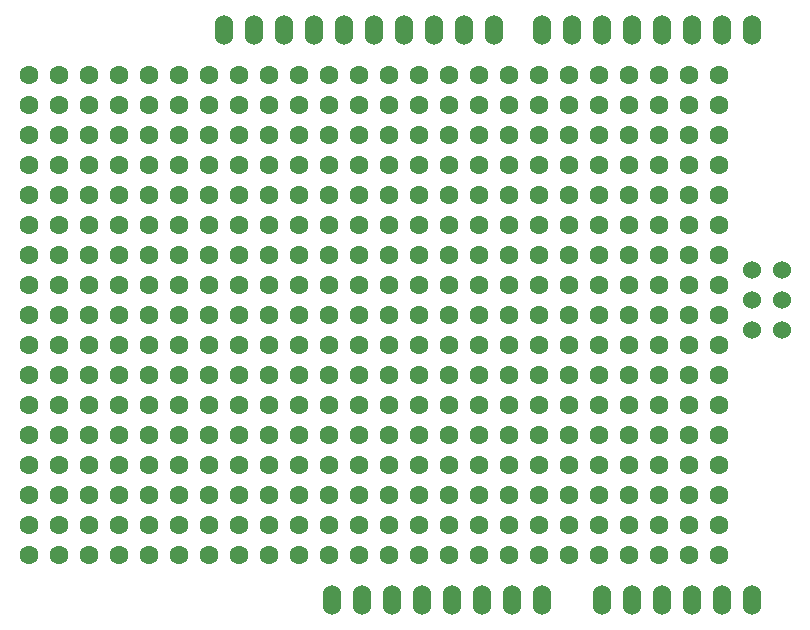
<source format=gbr>
G04 #@! TF.FileFunction,Copper,L1,Top,Signal*
%FSLAX46Y46*%
G04 Gerber Fmt 4.6, Leading zero omitted, Abs format (unit mm)*
G04 Created by KiCad (PCBNEW 0.201506062246+5717~23~ubuntu15.04.1-product) date Mo 08 Jun 2015 19:16:38 CEST*
%MOMM*%
G01*
G04 APERTURE LIST*
%ADD10C,0.100000*%
%ADD11C,1.600000*%
%ADD12O,1.524000X2.540000*%
%ADD13C,1.524000*%
G04 APERTURE END LIST*
D10*
D11*
X62230000Y7620000D03*
X59690000Y7620000D03*
X57150000Y7620000D03*
X54610000Y7620000D03*
X52070000Y7620000D03*
X49530000Y7620000D03*
X46990000Y7620000D03*
X44450000Y7620000D03*
X41910000Y7620000D03*
X39370000Y7620000D03*
X36830000Y7620000D03*
X34290000Y7620000D03*
X31750000Y7620000D03*
X29210000Y7620000D03*
X26670000Y7620000D03*
X24130000Y7620000D03*
X21590000Y7620000D03*
X19050000Y7620000D03*
X16510000Y7620000D03*
X13970000Y7620000D03*
X11430000Y7620000D03*
X8890000Y7620000D03*
X6350000Y7620000D03*
X3810000Y7620000D03*
X62230000Y10160000D03*
X59690000Y10160000D03*
X57150000Y10160000D03*
X54610000Y10160000D03*
X52070000Y10160000D03*
X49530000Y10160000D03*
X46990000Y10160000D03*
X44450000Y10160000D03*
X41910000Y10160000D03*
X39370000Y10160000D03*
X36830000Y10160000D03*
X34290000Y10160000D03*
X31750000Y10160000D03*
X29210000Y10160000D03*
X26670000Y10160000D03*
X24130000Y10160000D03*
X21590000Y10160000D03*
X19050000Y10160000D03*
X16510000Y10160000D03*
X13970000Y10160000D03*
X11430000Y10160000D03*
X8890000Y10160000D03*
X6350000Y10160000D03*
X3810000Y10160000D03*
X62230000Y12700000D03*
X59690000Y12700000D03*
X57150000Y12700000D03*
X54610000Y12700000D03*
X52070000Y12700000D03*
X49530000Y12700000D03*
X46990000Y12700000D03*
X44450000Y12700000D03*
X41910000Y12700000D03*
X39370000Y12700000D03*
X36830000Y12700000D03*
X34290000Y12700000D03*
X31750000Y12700000D03*
X29210000Y12700000D03*
X26670000Y12700000D03*
X24130000Y12700000D03*
X21590000Y12700000D03*
X19050000Y12700000D03*
X16510000Y12700000D03*
X13970000Y12700000D03*
X11430000Y12700000D03*
X8890000Y12700000D03*
X6350000Y12700000D03*
X3810000Y12700000D03*
X62230000Y15240000D03*
X59690000Y15240000D03*
X57150000Y15240000D03*
X54610000Y15240000D03*
X52070000Y15240000D03*
X49530000Y15240000D03*
X46990000Y15240000D03*
X44450000Y15240000D03*
X41910000Y15240000D03*
X39370000Y15240000D03*
X36830000Y15240000D03*
X34290000Y15240000D03*
X31750000Y15240000D03*
X29210000Y15240000D03*
X26670000Y15240000D03*
X24130000Y15240000D03*
X21590000Y15240000D03*
X19050000Y15240000D03*
X16510000Y15240000D03*
X13970000Y15240000D03*
X11430000Y15240000D03*
X8890000Y15240000D03*
X6350000Y15240000D03*
X3810000Y15240000D03*
X62230000Y17780000D03*
X59690000Y17780000D03*
X57150000Y17780000D03*
X54610000Y17780000D03*
X52070000Y17780000D03*
X49530000Y17780000D03*
X46990000Y17780000D03*
X44450000Y17780000D03*
X41910000Y17780000D03*
X39370000Y17780000D03*
X36830000Y17780000D03*
X34290000Y17780000D03*
X31750000Y17780000D03*
X29210000Y17780000D03*
X26670000Y17780000D03*
X24130000Y17780000D03*
X21590000Y17780000D03*
X19050000Y17780000D03*
X16510000Y17780000D03*
X13970000Y17780000D03*
X11430000Y17780000D03*
X8890000Y17780000D03*
X6350000Y17780000D03*
X3810000Y17780000D03*
X62230000Y20320000D03*
X59690000Y20320000D03*
X57150000Y20320000D03*
X54610000Y20320000D03*
X52070000Y20320000D03*
X49530000Y20320000D03*
X46990000Y20320000D03*
X44450000Y20320000D03*
X41910000Y20320000D03*
X39370000Y20320000D03*
X36830000Y20320000D03*
X34290000Y20320000D03*
X31750000Y20320000D03*
X29210000Y20320000D03*
X26670000Y20320000D03*
X24130000Y20320000D03*
X21590000Y20320000D03*
X19050000Y20320000D03*
X16510000Y20320000D03*
X13970000Y20320000D03*
X11430000Y20320000D03*
X8890000Y20320000D03*
X6350000Y20320000D03*
X3810000Y20320000D03*
X62230000Y22860000D03*
X59690000Y22860000D03*
X57150000Y22860000D03*
X54610000Y22860000D03*
X52070000Y22860000D03*
X49530000Y22860000D03*
X46990000Y22860000D03*
X44450000Y22860000D03*
X41910000Y22860000D03*
X39370000Y22860000D03*
X36830000Y22860000D03*
X34290000Y22860000D03*
X31750000Y22860000D03*
X29210000Y22860000D03*
X26670000Y22860000D03*
X24130000Y22860000D03*
X21590000Y22860000D03*
X19050000Y22860000D03*
X16510000Y22860000D03*
X13970000Y22860000D03*
X11430000Y22860000D03*
X8890000Y22860000D03*
X6350000Y22860000D03*
X3810000Y22860000D03*
X62230000Y25400000D03*
X59690000Y25400000D03*
X57150000Y25400000D03*
X54610000Y25400000D03*
X52070000Y25400000D03*
X49530000Y25400000D03*
X46990000Y25400000D03*
X44450000Y25400000D03*
X41910000Y25400000D03*
X39370000Y25400000D03*
X36830000Y25400000D03*
X34290000Y25400000D03*
X31750000Y25400000D03*
X29210000Y25400000D03*
X26670000Y25400000D03*
X24130000Y25400000D03*
X21590000Y25400000D03*
X19050000Y25400000D03*
X16510000Y25400000D03*
X13970000Y25400000D03*
X11430000Y25400000D03*
X8890000Y25400000D03*
X6350000Y25400000D03*
X3810000Y25400000D03*
X62230000Y27940000D03*
X59690000Y27940000D03*
X57150000Y27940000D03*
X54610000Y27940000D03*
X52070000Y27940000D03*
X49530000Y27940000D03*
X46990000Y27940000D03*
X44450000Y27940000D03*
X41910000Y27940000D03*
X39370000Y27940000D03*
X36830000Y27940000D03*
X34290000Y27940000D03*
X31750000Y27940000D03*
X29210000Y27940000D03*
X26670000Y27940000D03*
X24130000Y27940000D03*
X21590000Y27940000D03*
X19050000Y27940000D03*
X16510000Y27940000D03*
X13970000Y27940000D03*
X11430000Y27940000D03*
X8890000Y27940000D03*
X6350000Y27940000D03*
X3810000Y27940000D03*
X62230000Y30480000D03*
X59690000Y30480000D03*
X57150000Y30480000D03*
X54610000Y30480000D03*
X52070000Y30480000D03*
X49530000Y30480000D03*
X46990000Y30480000D03*
X44450000Y30480000D03*
X41910000Y30480000D03*
X39370000Y30480000D03*
X36830000Y30480000D03*
X34290000Y30480000D03*
X31750000Y30480000D03*
X29210000Y30480000D03*
X26670000Y30480000D03*
X24130000Y30480000D03*
X21590000Y30480000D03*
X19050000Y30480000D03*
X16510000Y30480000D03*
X13970000Y30480000D03*
X11430000Y30480000D03*
X8890000Y30480000D03*
X6350000Y30480000D03*
X3810000Y30480000D03*
X62230000Y33020000D03*
X59690000Y33020000D03*
X57150000Y33020000D03*
X54610000Y33020000D03*
X52070000Y33020000D03*
X49530000Y33020000D03*
X46990000Y33020000D03*
X44450000Y33020000D03*
X41910000Y33020000D03*
X39370000Y33020000D03*
X36830000Y33020000D03*
X34290000Y33020000D03*
X31750000Y33020000D03*
X29210000Y33020000D03*
X26670000Y33020000D03*
X24130000Y33020000D03*
X21590000Y33020000D03*
X19050000Y33020000D03*
X16510000Y33020000D03*
X13970000Y33020000D03*
X11430000Y33020000D03*
X8890000Y33020000D03*
X6350000Y33020000D03*
X3810000Y33020000D03*
X62230000Y35560000D03*
X59690000Y35560000D03*
X57150000Y35560000D03*
X54610000Y35560000D03*
X52070000Y35560000D03*
X49530000Y35560000D03*
X46990000Y35560000D03*
X44450000Y35560000D03*
X41910000Y35560000D03*
X39370000Y35560000D03*
X36830000Y35560000D03*
X34290000Y35560000D03*
X31750000Y35560000D03*
X29210000Y35560000D03*
X26670000Y35560000D03*
X24130000Y35560000D03*
X21590000Y35560000D03*
X19050000Y35560000D03*
X16510000Y35560000D03*
X13970000Y35560000D03*
X11430000Y35560000D03*
X8890000Y35560000D03*
X6350000Y35560000D03*
X3810000Y35560000D03*
X62230000Y38100000D03*
X59690000Y38100000D03*
X57150000Y38100000D03*
X54610000Y38100000D03*
X52070000Y38100000D03*
X49530000Y38100000D03*
X46990000Y38100000D03*
X44450000Y38100000D03*
X41910000Y38100000D03*
X39370000Y38100000D03*
X36830000Y38100000D03*
X34290000Y38100000D03*
X31750000Y38100000D03*
X29210000Y38100000D03*
X26670000Y38100000D03*
X24130000Y38100000D03*
X21590000Y38100000D03*
X19050000Y38100000D03*
X16510000Y38100000D03*
X13970000Y38100000D03*
X11430000Y38100000D03*
X8890000Y38100000D03*
X6350000Y38100000D03*
X3810000Y38100000D03*
X62230000Y40640000D03*
X59690000Y40640000D03*
X57150000Y40640000D03*
X54610000Y40640000D03*
X52070000Y40640000D03*
X49530000Y40640000D03*
X46990000Y40640000D03*
X44450000Y40640000D03*
X41910000Y40640000D03*
X39370000Y40640000D03*
X36830000Y40640000D03*
X34290000Y40640000D03*
X31750000Y40640000D03*
X29210000Y40640000D03*
X26670000Y40640000D03*
X24130000Y40640000D03*
X21590000Y40640000D03*
X19050000Y40640000D03*
X16510000Y40640000D03*
X13970000Y40640000D03*
X11430000Y40640000D03*
X8890000Y40640000D03*
X6350000Y40640000D03*
X3810000Y40640000D03*
X62230000Y43180000D03*
X59690000Y43180000D03*
X57150000Y43180000D03*
X54610000Y43180000D03*
X52070000Y43180000D03*
X49530000Y43180000D03*
X46990000Y43180000D03*
X44450000Y43180000D03*
X41910000Y43180000D03*
X39370000Y43180000D03*
X36830000Y43180000D03*
X34290000Y43180000D03*
X31750000Y43180000D03*
X29210000Y43180000D03*
X26670000Y43180000D03*
X24130000Y43180000D03*
X21590000Y43180000D03*
X19050000Y43180000D03*
X16510000Y43180000D03*
X13970000Y43180000D03*
X11430000Y43180000D03*
X8890000Y43180000D03*
X6350000Y43180000D03*
X3810000Y43180000D03*
X62230000Y45720000D03*
X59690000Y45720000D03*
X57150000Y45720000D03*
X54610000Y45720000D03*
X52070000Y45720000D03*
X49530000Y45720000D03*
X46990000Y45720000D03*
X44450000Y45720000D03*
X41910000Y45720000D03*
X39370000Y45720000D03*
X36830000Y45720000D03*
X34290000Y45720000D03*
X31750000Y45720000D03*
X29210000Y45720000D03*
X26670000Y45720000D03*
X24130000Y45720000D03*
X21590000Y45720000D03*
X19050000Y45720000D03*
X16510000Y45720000D03*
X13970000Y45720000D03*
X11430000Y45720000D03*
X8890000Y45720000D03*
X6350000Y45720000D03*
X3810000Y45720000D03*
X3810000Y48260000D03*
X62230000Y48260000D03*
X59690000Y48260000D03*
X57150000Y48260000D03*
X54610000Y48260000D03*
X52070000Y48260000D03*
X49530000Y48260000D03*
X46990000Y48260000D03*
X44450000Y48260000D03*
X41910000Y48260000D03*
X39370000Y48260000D03*
X36830000Y48260000D03*
X34290000Y48260000D03*
X31750000Y48260000D03*
X29210000Y48260000D03*
X26670000Y48260000D03*
X24130000Y48260000D03*
X21590000Y48260000D03*
X19050000Y48260000D03*
X16510000Y48260000D03*
X13970000Y48260000D03*
X11430000Y48260000D03*
X8890000Y48260000D03*
X6350000Y48260000D03*
D12*
X65024000Y3810000D03*
X62484000Y3810000D03*
X59944000Y3810000D03*
X52324000Y3810000D03*
X54864000Y3810000D03*
X57404000Y3810000D03*
X47244000Y3810000D03*
X44704000Y3810000D03*
X42164000Y3810000D03*
X37084000Y3810000D03*
X34544000Y3810000D03*
X65024000Y52070000D03*
X62484000Y52070000D03*
X59944000Y52070000D03*
X57404000Y52070000D03*
X54864000Y52070000D03*
X52324000Y52070000D03*
X49784000Y52070000D03*
X47244000Y52070000D03*
X43180000Y52070000D03*
X40640000Y52070000D03*
X38100000Y52070000D03*
X35560000Y52070000D03*
X33020000Y52070000D03*
X30480000Y52070000D03*
X27940000Y52070000D03*
X25400000Y52070000D03*
X39624000Y3810000D03*
X22860000Y52070000D03*
X20320000Y52070000D03*
X32004000Y3810000D03*
X29464000Y3810000D03*
D13*
X65024000Y31750000D03*
X67564000Y31750000D03*
X65024000Y29210000D03*
X67564000Y29210000D03*
X65024000Y26670000D03*
X67564000Y26670000D03*
M02*

</source>
